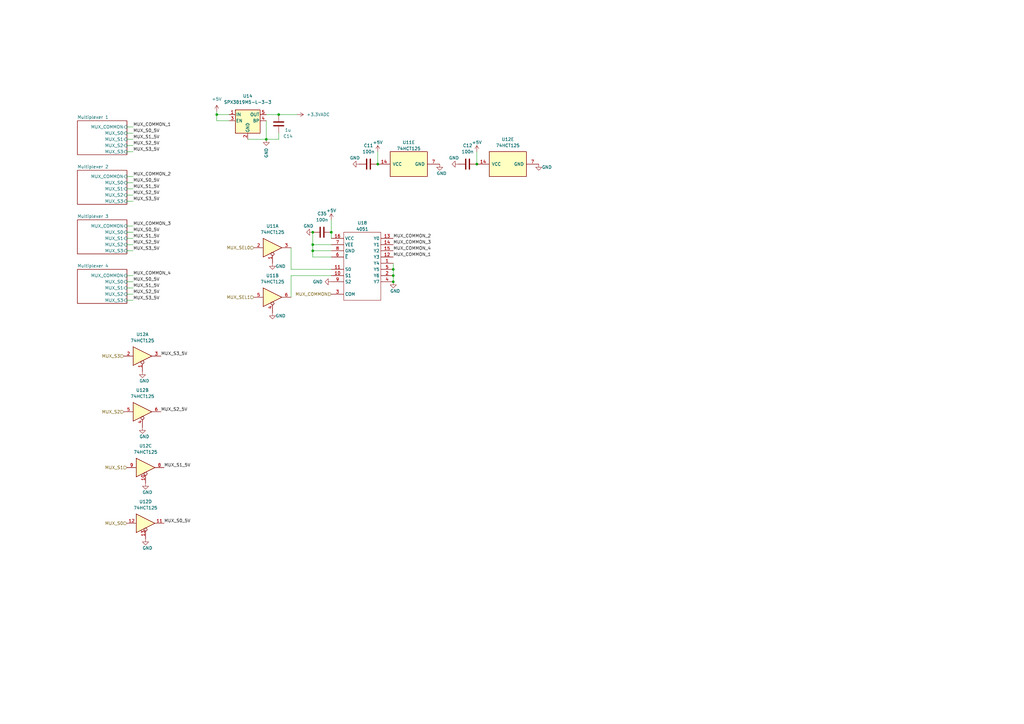
<source format=kicad_sch>
(kicad_sch (version 20211123) (generator eeschema)
  (paper "A3")
  (lib_symbols
    (symbol "74LVC125_1" (pin_names (offset 1.016))
      (property "Reference" "U" (at 0 1.27 0))
      (property "Value" "74LVC125_1" (at 0 -1.27 0))
      (symbol "74LVC125_1_1_0"
        (polyline (pts (xy -3.81 3.81) (xy -3.81 -3.81) (xy 3.81 0) (xy -3.81 3.81)) (stroke (width 0.254)) (fill (type background)))
        (pin input inverted (at 0 -6.35 90) (length 4.445) (name "~") (number "1"))
        (pin input line (at -7.62 0 0) (length 3.81) (name "~") (number "2"))
        (pin tri_state line (at 7.62 0 180) (length 3.81) (name "~") (number "3"))
      )
      (symbol "74LVC125_1_2_0"
        (polyline (pts (xy -3.81 3.81) (xy -3.81 -3.81) (xy 3.81 0) (xy -3.81 3.81)) (stroke (width 0.254)) (fill (type background)))
        (pin input inverted (at 0 -6.35 90) (length 4.445) (name "~") (number "4"))
        (pin input line (at -7.62 0 0) (length 3.81) (name "~") (number "5"))
        (pin tri_state line (at 7.62 0 180) (length 3.81) (name "~") (number "6"))
      )
      (symbol "74LVC125_1_3_0"
        (polyline (pts (xy -3.81 3.81) (xy -3.81 -3.81) (xy 3.81 0) (xy -3.81 3.81)) (stroke (width 0.254)) (fill (type background)))
        (pin input inverted (at 0 -6.35 90) (length 4.445) (name "~") (number "10"))
        (pin tri_state line (at 7.62 0 180) (length 3.81) (name "~") (number "8"))
        (pin input line (at -7.62 0 0) (length 3.81) (name "~") (number "9"))
      )
      (symbol "74LVC125_1_4_0"
        (polyline (pts (xy -3.81 3.81) (xy -3.81 -3.81) (xy 3.81 0) (xy -3.81 3.81)) (stroke (width 0.254)) (fill (type background)))
        (pin tri_state line (at 7.62 0 180) (length 3.81) (name "~") (number "11"))
        (pin input line (at -7.62 0 0) (length 3.81) (name "~") (number "12"))
        (pin input inverted (at 0 -6.35 90) (length 4.445) (name "~") (number "13"))
      )
      (symbol "74LVC125_1_5_0"
        (pin power_in line (at 0 12.7 270) (length 5.08) (name "VCC") (number "14"))
        (pin power_in line (at 0 -12.7 90) (length 5.08) (name "GND") (number "7"))
      )
      (symbol "74LVC125_1_5_1"
        (rectangle (start -5.08 7.62) (end 5.08 -7.62) (stroke (width 0.254)) (fill (type background)))
      )
    )
    (symbol "74LVC125_2" (pin_names (offset 1.016))
      (property "Reference" "U" (at 0 1.27 0))
      (property "Value" "74LVC125_2" (at 0 -1.27 0))
      (symbol "74LVC125_2_1_0"
        (polyline (pts (xy -3.81 3.81) (xy -3.81 -3.81) (xy 3.81 0) (xy -3.81 3.81)) (stroke (width 0.254)) (fill (type background)))
        (pin input inverted (at 0 -6.35 90) (length 4.445) (name "~") (number "1"))
        (pin input line (at -7.62 0 0) (length 3.81) (name "~") (number "2"))
        (pin tri_state line (at 7.62 0 180) (length 3.81) (name "~") (number "3"))
      )
      (symbol "74LVC125_2_2_0"
        (polyline (pts (xy -3.81 3.81) (xy -3.81 -3.81) (xy 3.81 0) (xy -3.81 3.81)) (stroke (width 0.254)) (fill (type background)))
        (pin input inverted (at 0 -6.35 90) (length 4.445) (name "~") (number "4"))
        (pin input line (at -7.62 0 0) (length 3.81) (name "~") (number "5"))
        (pin tri_state line (at 7.62 0 180) (length 3.81) (name "~") (number "6"))
      )
      (symbol "74LVC125_2_3_0"
        (polyline (pts (xy -3.81 3.81) (xy -3.81 -3.81) (xy 3.81 0) (xy -3.81 3.81)) (stroke (width 0.254)) (fill (type background)))
        (pin input inverted (at 0 -6.35 90) (length 4.445) (name "~") (number "10"))
        (pin tri_state line (at 7.62 0 180) (length 3.81) (name "~") (number "8"))
        (pin input line (at -7.62 0 0) (length 3.81) (name "~") (number "9"))
      )
      (symbol "74LVC125_2_4_0"
        (polyline (pts (xy -3.81 3.81) (xy -3.81 -3.81) (xy 3.81 0) (xy -3.81 3.81)) (stroke (width 0.254)) (fill (type background)))
        (pin tri_state line (at 7.62 0 180) (length 3.81) (name "~") (number "11"))
        (pin input line (at -7.62 0 0) (length 3.81) (name "~") (number "12"))
        (pin input inverted (at 0 -6.35 90) (length 4.445) (name "~") (number "13"))
      )
      (symbol "74LVC125_2_5_0"
        (pin power_in line (at 0 12.7 270) (length 5.08) (name "VCC") (number "14"))
        (pin power_in line (at 0 -12.7 90) (length 5.08) (name "GND") (number "7"))
      )
      (symbol "74LVC125_2_5_1"
        (rectangle (start -5.08 7.62) (end 5.08 -7.62) (stroke (width 0.254)) (fill (type background)))
      )
    )
    (symbol "74LVC125_3" (pin_names (offset 1.016))
      (property "Reference" "U" (at 0 1.27 0))
      (property "Value" "74LVC125_3" (at 0 -1.27 0))
      (symbol "74LVC125_3_1_0"
        (polyline (pts (xy -3.81 3.81) (xy -3.81 -3.81) (xy 3.81 0) (xy -3.81 3.81)) (stroke (width 0.254)) (fill (type background)))
        (pin input inverted (at 0 -6.35 90) (length 4.445) (name "~") (number "1"))
        (pin input line (at -7.62 0 0) (length 3.81) (name "~") (number "2"))
        (pin tri_state line (at 7.62 0 180) (length 3.81) (name "~") (number "3"))
      )
      (symbol "74LVC125_3_2_0"
        (polyline (pts (xy -3.81 3.81) (xy -3.81 -3.81) (xy 3.81 0) (xy -3.81 3.81)) (stroke (width 0.254)) (fill (type background)))
        (pin input inverted (at 0 -6.35 90) (length 4.445) (name "~") (number "4"))
        (pin input line (at -7.62 0 0) (length 3.81) (name "~") (number "5"))
        (pin tri_state line (at 7.62 0 180) (length 3.81) (name "~") (number "6"))
      )
      (symbol "74LVC125_3_3_0"
        (polyline (pts (xy -3.81 3.81) (xy -3.81 -3.81) (xy 3.81 0) (xy -3.81 3.81)) (stroke (width 0.254)) (fill (type background)))
        (pin input inverted (at 0 -6.35 90) (length 4.445) (name "~") (number "10"))
        (pin tri_state line (at 7.62 0 180) (length 3.81) (name "~") (number "8"))
        (pin input line (at -7.62 0 0) (length 3.81) (name "~") (number "9"))
      )
      (symbol "74LVC125_3_4_0"
        (polyline (pts (xy -3.81 3.81) (xy -3.81 -3.81) (xy 3.81 0) (xy -3.81 3.81)) (stroke (width 0.254)) (fill (type background)))
        (pin tri_state line (at 7.62 0 180) (length 3.81) (name "~") (number "11"))
        (pin input line (at -7.62 0 0) (length 3.81) (name "~") (number "12"))
        (pin input inverted (at 0 -6.35 90) (length 4.445) (name "~") (number "13"))
      )
      (symbol "74LVC125_3_5_0"
        (pin power_in line (at 0 12.7 270) (length 5.08) (name "VCC") (number "14"))
        (pin power_in line (at 0 -12.7 90) (length 5.08) (name "GND") (number "7"))
      )
      (symbol "74LVC125_3_5_1"
        (rectangle (start -5.08 7.62) (end 5.08 -7.62) (stroke (width 0.254)) (fill (type background)))
      )
    )
    (symbol "74LVC125_4" (pin_names (offset 1.016))
      (property "Reference" "U" (at 0 1.27 0))
      (property "Value" "74LVC125_4" (at 0 -1.27 0))
      (symbol "74LVC125_4_1_0"
        (polyline (pts (xy -3.81 3.81) (xy -3.81 -3.81) (xy 3.81 0) (xy -3.81 3.81)) (stroke (width 0.254)) (fill (type background)))
        (pin input inverted (at 0 -6.35 90) (length 4.445) (name "~") (number "1"))
        (pin input line (at -7.62 0 0) (length 3.81) (name "~") (number "2"))
        (pin tri_state line (at 7.62 0 180) (length 3.81) (name "~") (number "3"))
      )
      (symbol "74LVC125_4_2_0"
        (polyline (pts (xy -3.81 3.81) (xy -3.81 -3.81) (xy 3.81 0) (xy -3.81 3.81)) (stroke (width 0.254)) (fill (type background)))
        (pin input inverted (at 0 -6.35 90) (length 4.445) (name "~") (number "4"))
        (pin input line (at -7.62 0 0) (length 3.81) (name "~") (number "5"))
        (pin tri_state line (at 7.62 0 180) (length 3.81) (name "~") (number "6"))
      )
      (symbol "74LVC125_4_3_0"
        (polyline (pts (xy -3.81 3.81) (xy -3.81 -3.81) (xy 3.81 0) (xy -3.81 3.81)) (stroke (width 0.254)) (fill (type background)))
        (pin input inverted (at 0 -6.35 90) (length 4.445) (name "~") (number "10"))
        (pin tri_state line (at 7.62 0 180) (length 3.81) (name "~") (number "8"))
        (pin input line (at -7.62 0 0) (length 3.81) (name "~") (number "9"))
      )
      (symbol "74LVC125_4_4_0"
        (polyline (pts (xy -3.81 3.81) (xy -3.81 -3.81) (xy 3.81 0) (xy -3.81 3.81)) (stroke (width 0.254)) (fill (type background)))
        (pin tri_state line (at 7.62 0 180) (length 3.81) (name "~") (number "11"))
        (pin input line (at -7.62 0 0) (length 3.81) (name "~") (number "12"))
        (pin input inverted (at 0 -6.35 90) (length 4.445) (name "~") (number "13"))
      )
      (symbol "74LVC125_4_5_0"
        (pin power_in line (at 0 12.7 270) (length 5.08) (name "VCC") (number "14"))
        (pin power_in line (at 0 -12.7 90) (length 5.08) (name "GND") (number "7"))
      )
      (symbol "74LVC125_4_5_1"
        (rectangle (start -5.08 7.62) (end 5.08 -7.62) (stroke (width 0.254)) (fill (type background)))
      )
    )
    (symbol "74LVC125_5" (pin_names (offset 1.016))
      (property "Reference" "U" (at 0 1.27 0))
      (property "Value" "74LVC125_5" (at 0 -1.27 0))
      (symbol "74LVC125_5_1_0"
        (polyline (pts (xy -3.81 3.81) (xy -3.81 -3.81) (xy 3.81 0) (xy -3.81 3.81)) (stroke (width 0.254)) (fill (type background)))
        (pin input inverted (at 0 -6.35 90) (length 4.445) (name "~") (number "1"))
        (pin input line (at -7.62 0 0) (length 3.81) (name "~") (number "2"))
        (pin tri_state line (at 7.62 0 180) (length 3.81) (name "~") (number "3"))
      )
      (symbol "74LVC125_5_2_0"
        (polyline (pts (xy -3.81 3.81) (xy -3.81 -3.81) (xy 3.81 0) (xy -3.81 3.81)) (stroke (width 0.254)) (fill (type background)))
        (pin input inverted (at 0 -6.35 90) (length 4.445) (name "~") (number "4"))
        (pin input line (at -7.62 0 0) (length 3.81) (name "~") (number "5"))
        (pin tri_state line (at 7.62 0 180) (length 3.81) (name "~") (number "6"))
      )
      (symbol "74LVC125_5_3_0"
        (polyline (pts (xy -3.81 3.81) (xy -3.81 -3.81) (xy 3.81 0) (xy -3.81 3.81)) (stroke (width 0.254)) (fill (type background)))
        (pin input inverted (at 0 -6.35 90) (length 4.445) (name "~") (number "10"))
        (pin tri_state line (at 7.62 0 180) (length 3.81) (name "~") (number "8"))
        (pin input line (at -7.62 0 0) (length 3.81) (name "~") (number "9"))
      )
      (symbol "74LVC125_5_4_0"
        (polyline (pts (xy -3.81 3.81) (xy -3.81 -3.81) (xy 3.81 0) (xy -3.81 3.81)) (stroke (width 0.254)) (fill (type background)))
        (pin tri_state line (at 7.62 0 180) (length 3.81) (name "~") (number "11"))
        (pin input line (at -7.62 0 0) (length 3.81) (name "~") (number "12"))
        (pin input inverted (at 0 -6.35 90) (length 4.445) (name "~") (number "13"))
      )
      (symbol "74LVC125_5_5_0"
        (pin power_in line (at 0 12.7 270) (length 5.08) (name "VCC") (number "14"))
        (pin power_in line (at 0 -12.7 90) (length 5.08) (name "GND") (number "7"))
      )
      (symbol "74LVC125_5_5_1"
        (rectangle (start -5.08 7.62) (end 5.08 -7.62) (stroke (width 0.254)) (fill (type background)))
      )
    )
    (symbol "74LVC125_6" (pin_names (offset 1.016))
      (property "Reference" "U" (at 0 1.27 0))
      (property "Value" "74LVC125_6" (at 0 -1.27 0))
      (symbol "74LVC125_6_1_0"
        (polyline (pts (xy -3.81 3.81) (xy -3.81 -3.81) (xy 3.81 0) (xy -3.81 3.81)) (stroke (width 0.254)) (fill (type background)))
        (pin input inverted (at 0 -6.35 90) (length 4.445) (name "~") (number "1"))
        (pin input line (at -7.62 0 0) (length 3.81) (name "~") (number "2"))
        (pin tri_state line (at 7.62 0 180) (length 3.81) (name "~") (number "3"))
      )
      (symbol "74LVC125_6_2_0"
        (polyline (pts (xy -3.81 3.81) (xy -3.81 -3.81) (xy 3.81 0) (xy -3.81 3.81)) (stroke (width 0.254)) (fill (type background)))
        (pin input inverted (at 0 -6.35 90) (length 4.445) (name "~") (number "4"))
        (pin input line (at -7.62 0 0) (length 3.81) (name "~") (number "5"))
        (pin tri_state line (at 7.62 0 180) (length 3.81) (name "~") (number "6"))
      )
      (symbol "74LVC125_6_3_0"
        (polyline (pts (xy -3.81 3.81) (xy -3.81 -3.81) (xy 3.81 0) (xy -3.81 3.81)) (stroke (width 0.254)) (fill (type background)))
        (pin input inverted (at 0 -6.35 90) (length 4.445) (name "~") (number "10"))
        (pin tri_state line (at 7.62 0 180) (length 3.81) (name "~") (number "8"))
        (pin input line (at -7.62 0 0) (length 3.81) (name "~") (number "9"))
      )
      (symbol "74LVC125_6_4_0"
        (polyline (pts (xy -3.81 3.81) (xy -3.81 -3.81) (xy 3.81 0) (xy -3.81 3.81)) (stroke (width 0.254)) (fill (type background)))
        (pin tri_state line (at 7.62 0 180) (length 3.81) (name "~") (number "11"))
        (pin input line (at -7.62 0 0) (length 3.81) (name "~") (number "12"))
        (pin input inverted (at 0 -6.35 90) (length 4.445) (name "~") (number "13"))
      )
      (symbol "74LVC125_6_5_0"
        (pin power_in line (at 0 12.7 270) (length 5.08) (name "VCC") (number "14"))
        (pin power_in line (at 0 -12.7 90) (length 5.08) (name "GND") (number "7"))
      )
      (symbol "74LVC125_6_5_1"
        (rectangle (start -5.08 7.62) (end 5.08 -7.62) (stroke (width 0.254)) (fill (type background)))
      )
    )
    (symbol "74LVC125_7" (pin_names (offset 1.016))
      (property "Reference" "U" (at 0 1.27 0))
      (property "Value" "74LVC125_7" (at 0 -1.27 0))
      (symbol "74LVC125_7_1_0"
        (polyline (pts (xy -3.81 3.81) (xy -3.81 -3.81) (xy 3.81 0) (xy -3.81 3.81)) (stroke (width 0.254)) (fill (type background)))
        (pin input inverted (at 0 -6.35 90) (length 4.445) (name "~") (number "1"))
        (pin input line (at -7.62 0 0) (length 3.81) (name "~") (number "2"))
        (pin tri_state line (at 7.62 0 180) (length 3.81) (name "~") (number "3"))
      )
      (symbol "74LVC125_7_2_0"
        (polyline (pts (xy -3.81 3.81) (xy -3.81 -3.81) (xy 3.81 0) (xy -3.81 3.81)) (stroke (width 0.254)) (fill (type background)))
        (pin input inverted (at 0 -6.35 90) (length 4.445) (name "~") (number "4"))
        (pin input line (at -7.62 0 0) (length 3.81) (name "~") (number "5"))
        (pin tri_state line (at 7.62 0 180) (length 3.81) (name "~") (number "6"))
      )
      (symbol "74LVC125_7_3_0"
        (polyline (pts (xy -3.81 3.81) (xy -3.81 -3.81) (xy 3.81 0) (xy -3.81 3.81)) (stroke (width 0.254)) (fill (type background)))
        (pin input inverted (at 0 -6.35 90) (length 4.445) (name "~") (number "10"))
        (pin tri_state line (at 7.62 0 180) (length 3.81) (name "~") (number "8"))
        (pin input line (at -7.62 0 0) (length 3.81) (name "~") (number "9"))
      )
      (symbol "74LVC125_7_4_0"
        (polyline (pts (xy -3.81 3.81) (xy -3.81 -3.81) (xy 3.81 0) (xy -3.81 3.81)) (stroke (width 0.254)) (fill (type background)))
        (pin tri_state line (at 7.62 0 180) (length 3.81) (name "~") (number "11"))
        (pin input line (at -7.62 0 0) (length 3.81) (name "~") (number "12"))
        (pin input inverted (at 0 -6.35 90) (length 4.445) (name "~") (number "13"))
      )
      (symbol "74LVC125_7_5_0"
        (pin power_in line (at 0 12.7 270) (length 5.08) (name "VCC") (number "14"))
        (pin power_in line (at 0 -12.7 90) (length 5.08) (name "GND") (number "7"))
      )
      (symbol "74LVC125_7_5_1"
        (rectangle (start -5.08 7.62) (end 5.08 -7.62) (stroke (width 0.254)) (fill (type background)))
      )
    )
    (symbol "74xx:74LVC125" (pin_names (offset 1.016))
      (property "Reference" "U" (at 0 1.27 0))
      (property "Value" "74LVC125" (at 0 -1.27 0))
      (symbol "74LVC125_1_0"
        (polyline (pts (xy -3.81 3.81) (xy -3.81 -3.81) (xy 3.81 0) (xy -3.81 3.81)) (stroke (width 0.254)) (fill (type background)))
        (pin input inverted (at 0 -6.35 90) (length 4.445) (name "~") (number "1"))
        (pin input line (at -7.62 0 0) (length 3.81) (name "~") (number "2"))
        (pin tri_state line (at 7.62 0 180) (length 3.81) (name "~") (number "3"))
      )
      (symbol "74LVC125_2_0"
        (polyline (pts (xy -3.81 3.81) (xy -3.81 -3.81) (xy 3.81 0) (xy -3.81 3.81)) (stroke (width 0.254)) (fill (type background)))
        (pin input inverted (at 0 -6.35 90) (length 4.445) (name "~") (number "4"))
        (pin input line (at -7.62 0 0) (length 3.81) (name "~") (number "5"))
        (pin tri_state line (at 7.62 0 180) (length 3.81) (name "~") (number "6"))
      )
      (symbol "74LVC125_3_0"
        (polyline (pts (xy -3.81 3.81) (xy -3.81 -3.81) (xy 3.81 0) (xy -3.81 3.81)) (stroke (width 0.254)) (fill (type background)))
        (pin input inverted (at 0 -6.35 90) (length 4.445) (name "~") (number "10"))
        (pin tri_state line (at 7.62 0 180) (length 3.81) (name "~") (number "8"))
        (pin input line (at -7.62 0 0) (length 3.81) (name "~") (number "9"))
      )
      (symbol "74LVC125_4_0"
        (polyline (pts (xy -3.81 3.81) (xy -3.81 -3.81) (xy 3.81 0) (xy -3.81 3.81)) (stroke (width 0.254)) (fill (type background)))
        (pin tri_state line (at 7.62 0 180) (length 3.81) (name "~") (number "11"))
        (pin input line (at -7.62 0 0) (length 3.81) (name "~") (number "12"))
        (pin input inverted (at 0 -6.35 90) (length 4.445) (name "~") (number "13"))
      )
      (symbol "74LVC125_5_0"
        (pin power_in line (at 0 12.7 270) (length 5.08) (name "VCC") (number "14"))
        (pin power_in line (at 0 -12.7 90) (length 5.08) (name "GND") (number "7"))
      )
      (symbol "74LVC125_5_1"
        (rectangle (start -5.08 7.62) (end 5.08 -7.62) (stroke (width 0.254)) (fill (type background)))
      )
    )
    (symbol "Device:C" (pin_numbers hide) (pin_names (offset 0.254))
      (property "Reference" "C" (at 0.635 2.54 0))
      (property "Value" "C" (at 0.635 -2.54 0))
      (symbol "C_0_1"
        (polyline (pts (xy -2.032 -0.762) (xy 2.032 -0.762)) (stroke (width 0.508)))
        (polyline (pts (xy -2.032 0.762) (xy 2.032 0.762)) (stroke (width 0.508)))
      )
      (symbol "C_1_1"
        (pin passive line (at 0 3.81 270) (length 2.794) (name "~") (number "1"))
        (pin passive line (at 0 -3.81 90) (length 2.794) (name "~") (number "2"))
      )
    )
    (symbol "Igor:4051"
      (property "Reference" "U?" (at 7.62 31.75 0))
      (property "Value" "4051" (at 7.62 29.21 0))
      (symbol "4051_0_1"
        (rectangle (start 0 27.94) (end 15.24 0))
      )
      (symbol "4051_1_1"
        (pin passive line (at 20.32 15.24 180) (length 5.08) (name "Y4") (number "1"))
        (pin input line (at -5.08 10.16 0) (length 5.08) (name "S1") (number "10"))
        (pin input line (at -5.08 12.7 0) (length 5.08) (name "S0") (number "11"))
        (pin passive line (at 20.32 17.78 180) (length 5.08) (name "Y3") (number "12"))
        (pin passive line (at 20.32 25.4 180) (length 5.08) (name "Y0") (number "13"))
        (pin passive line (at 20.32 22.86 180) (length 5.08) (name "Y1") (number "14"))
        (pin passive line (at 20.32 20.32 180) (length 5.08) (name "Y2") (number "15"))
        (pin power_in line (at -5.08 25.4 0) (length 5.08) (name "VCC") (number "16"))
        (pin passive line (at 20.32 10.16 180) (length 5.08) (name "Y6") (number "2"))
        (pin passive line (at -5.08 2.54 0) (length 5.08) (name "COM") (number "3"))
        (pin passive line (at 20.32 7.62 180) (length 5.08) (name "Y7") (number "4"))
        (pin passive line (at 20.32 12.7 180) (length 5.08) (name "Y5") (number "5"))
        (pin input line (at -5.08 17.78 0) (length 5.08) (name "~{E}") (number "6"))
        (pin power_in line (at -5.08 22.86 0) (length 5.08) (name "VEE") (number "7"))
        (pin power_in line (at -5.08 20.32 0) (length 5.08) (name "GND") (number "8"))
        (pin input line (at -5.08 7.62 0) (length 5.08) (name "S2") (number "9"))
      )
    )
    (symbol "Regulator_Linear:SPX3819M5-L-3-3" (pin_names (offset 0.254))
      (property "Reference" "U" (at -3.81 5.715 0))
      (property "Value" "SPX3819M5-L-3-3" (at 0 5.715 0))
      (symbol "SPX3819M5-L-3-3_0_1"
        (rectangle (start -5.08 4.445) (end 5.08 -5.08) (stroke (width 0.254)) (fill (type background)))
      )
      (symbol "SPX3819M5-L-3-3_1_1"
        (pin power_in line (at -7.62 2.54 0) (length 2.54) (name "IN") (number "1"))
        (pin power_in line (at 0 -7.62 90) (length 2.54) (name "GND") (number "2"))
        (pin input line (at -7.62 0 0) (length 2.54) (name "EN") (number "3"))
        (pin input line (at 7.62 0 180) (length 2.54) (name "BP") (number "4"))
        (pin power_out line (at 7.62 2.54 180) (length 2.54) (name "OUT") (number "5"))
      )
    )
    (symbol "power:+3.3VADC" (power) (pin_names (offset 0))
      (property "Value" "+3.3VADC" (at 0 2.54 0))
      (symbol "+3.3VADC_0_0"
        (pin power_in line (at 0 0 90) (length 0) hide (name "+3.3VADC") (number "1"))
      )
      (symbol "+3.3VADC_0_1"
        (polyline (pts (xy -0.762 1.27) (xy 0 2.54)))
        (polyline (pts (xy 0 0) (xy 0 2.54)))
        (polyline (pts (xy 0 2.54) (xy 0.762 1.27)))
      )
    )
    (symbol "power:+5V" (power) (pin_names (offset 0))
      (property "Value" "+5V" (at 0 3.556 0))
      (symbol "+5V_0_1"
        (polyline (pts (xy -0.762 1.27) (xy 0 2.54)))
        (polyline (pts (xy 0 0) (xy 0 2.54)))
        (polyline (pts (xy 0 2.54) (xy 0.762 1.27)))
      )
      (symbol "+5V_1_1"
        (pin power_in line (at 0 0 90) (length 0) hide (name "+5V") (number "1"))
      )
    )
    (symbol "power:GND" (power) (pin_names (offset 0))
      (property "Value" "GND" (at 0 -3.81 0))
      (symbol "GND_0_1"
        (polyline (pts (xy 0 0) (xy 0 -1.27) (xy 1.27 -1.27) (xy 0 -2.54) (xy -1.27 -1.27) (xy 0 -1.27)))
      )
      (symbol "GND_1_1"
        (pin power_in line (at 0 0 270) (length 0) hide (name "GND") (number "1"))
      )
    )
  )
  (junction (at 128.27 102.87))
  (junction (at 195.58 67.31))
  (junction (at 128.27 95.25))
  (junction (at 161.29 110.49))
  (junction (at 128.27 100.33))
  (junction (at 161.29 113.03))
  (junction (at 114.3 46.99))
  (junction (at 161.29 115.57))
  (junction (at 88.9 46.99))
  (junction (at 109.22 57.15))
  (junction (at 135.89 95.25))
  (junction (at 154.94 67.31))
  (wire (pts (xy 128.27 105.41) (xy 128.27 102.87)))
  (wire (pts (xy 52.07 118.11) (xy 54.61 118.11)))
  (wire (pts (xy 52.07 113.03) (xy 54.61 113.03)))
  (wire (pts (xy 135.89 113.03) (xy 119.38 113.03)))
  (wire (pts (xy 114.3 54.61) (xy 114.3 57.15)))
  (wire (pts (xy 52.07 54.61) (xy 54.61 54.61)))
  (wire (pts (xy 119.38 113.03) (xy 119.38 121.92)))
  (wire (pts (xy 52.07 80.01) (xy 54.61 80.01)))
  (wire (pts (xy 52.07 82.55) (xy 54.61 82.55)))
  (wire (pts (xy 119.38 110.49) (xy 119.38 101.6)))
  (wire (pts (xy 109.22 57.15) (xy 114.3 57.15)))
  (wire (pts (xy 52.07 92.71) (xy 54.61 92.71)))
  (wire (pts (xy 88.9 45.72) (xy 88.9 46.99)))
  (wire (pts (xy 128.27 102.87) (xy 135.89 102.87)))
  (wire (pts (xy 52.07 102.87) (xy 54.61 102.87)))
  (wire (pts (xy 52.07 74.93) (xy 54.61 74.93)))
  (wire (pts (xy 135.89 100.33) (xy 128.27 100.33)))
  (wire (pts (xy 128.27 100.33) (xy 128.27 95.25)))
  (wire (pts (xy 135.89 90.17) (xy 135.89 95.25)))
  (wire (pts (xy 135.89 110.49) (xy 119.38 110.49)))
  (wire (pts (xy 195.58 62.23) (xy 195.58 67.31)))
  (wire (pts (xy 93.98 49.53) (xy 88.9 49.53)))
  (wire (pts (xy 88.9 46.99) (xy 93.98 46.99)))
  (wire (pts (xy 52.07 123.19) (xy 54.61 123.19)))
  (wire (pts (xy 114.3 46.99) (xy 121.92 46.99)))
  (wire (pts (xy 128.27 102.87) (xy 128.27 100.33)))
  (wire (pts (xy 161.29 113.03) (xy 161.29 115.57)))
  (wire (pts (xy 52.07 52.07) (xy 54.61 52.07)))
  (wire (pts (xy 52.07 115.57) (xy 54.61 115.57)))
  (wire (pts (xy 52.07 59.69) (xy 54.61 59.69)))
  (wire (pts (xy 52.07 120.65) (xy 54.61 120.65)))
  (wire (pts (xy 52.07 57.15) (xy 54.61 57.15)))
  (wire (pts (xy 101.6 57.15) (xy 109.22 57.15)))
  (wire (pts (xy 109.22 49.53) (xy 109.22 57.15)))
  (wire (pts (xy 154.94 62.23) (xy 154.94 67.31)))
  (wire (pts (xy 52.07 100.33) (xy 54.61 100.33)))
  (wire (pts (xy 52.07 77.47) (xy 54.61 77.47)))
  (wire (pts (xy 88.9 49.53) (xy 88.9 46.99)))
  (wire (pts (xy 135.89 95.25) (xy 135.89 97.79)))
  (wire (pts (xy 161.29 110.49) (xy 161.29 113.03)))
  (wire (pts (xy 52.07 97.79) (xy 54.61 97.79)))
  (wire (pts (xy 52.07 72.39) (xy 54.61 72.39)))
  (wire (pts (xy 135.89 105.41) (xy 128.27 105.41)))
  (wire (pts (xy 161.29 107.95) (xy 161.29 110.49)))
  (wire (pts (xy 52.07 95.25) (xy 54.61 95.25)))
  (wire (pts (xy 52.07 62.23) (xy 54.61 62.23)))
  (wire (pts (xy 114.3 46.99) (xy 109.22 46.99)))
  (label "MUX_S0_5V" (at 54.61 74.93 0))
  (label "MUX_COMMON_1" (at 161.29 105.41 0))
  (label "MUX_COMMON_4" (at 161.29 102.87 0))
  (label "MUX_S3_5V" (at 66.04 146.05 0))
  (label "MUX_S1_5V" (at 54.61 97.79 0))
  (label "MUX_S0_5V" (at 54.61 54.61 0))
  (label "MUX_COMMON_3" (at 54.61 92.71 0))
  (label "MUX_S3_5V" (at 54.61 62.23 0))
  (label "MUX_S3_5V" (at 54.61 82.55 0))
  (label "MUX_S1_5V" (at 54.61 118.11 0))
  (label "MUX_COMMON_2" (at 54.61 72.39 0))
  (label "MUX_COMMON_4" (at 54.61 113.03 0))
  (label "MUX_COMMON_1" (at 54.61 52.07 0))
  (label "MUX_S2_5V" (at 66.04 168.91 0))
  (label "MUX_S2_5V" (at 54.61 80.01 0))
  (label "MUX_S0_5V" (at 67.31 214.63 0))
  (label "MUX_S1_5V" (at 67.31 191.77 0))
  (label "MUX_S2_5V" (at 54.61 59.69 0))
  (label "MUX_S2_5V" (at 54.61 100.33 0))
  (label "MUX_COMMON_3" (at 161.29 100.33 0))
  (label "MUX_S2_5V" (at 54.61 120.65 0))
  (label "MUX_COMMON_2" (at 161.29 97.79 0))
  (label "MUX_S3_5V" (at 54.61 102.87 0))
  (label "MUX_S0_5V" (at 54.61 115.57 0))
  (label "MUX_S0_5V" (at 54.61 95.25 0))
  (label "MUX_S3_5V" (at 54.61 123.19 0))
  (label "MUX_S1_5V" (at 54.61 57.15 0))
  (label "MUX_S1_5V" (at 54.61 77.47 0))
  (hierarchical_label "MUX_SEL1" (shape input) (at 104.14 121.92 180))
  (hierarchical_label "MUX_S1" (shape input) (at 52.07 191.77 180))
  (hierarchical_label "MUX_S2" (shape input) (at 50.8 168.91 180))
  (hierarchical_label "MUX_COMMON" (shape input) (at 135.89 120.65 180))
  (hierarchical_label "MUX_S0" (shape input) (at 52.07 214.63 180))
  (hierarchical_label "MUX_SEL0" (shape input) (at 104.14 101.6 180))
  (hierarchical_label "MUX_S3" (shape input) (at 50.8 146.05 180))
  (symbol (lib_id "power:GND") (at 147.32 67.31 270) (unit 1)
    (property "Reference" "#PWR0150" (effects hide))
    (property "Value" "GND" (at 143.51 64.77 90) (effects (justify left)))
  )
  (symbol (lib_id "Igor:4051") (at 140.97 123.19 0) (unit 1)
    (property "Reference" "U18" (at 148.59 91.44 0))
    (property "Value" "4051" (at 148.59 93.98 0))
    (property "Footprint" "Package_SO:SOIC-16_3.9x9.9mm_P1.27mm" (effects hide))
    (property "LCSC" "C9386" (effects hide))
  )
  (symbol (lib_name "74LVC125_1") (lib_id "74xx:74LVC125") (at 111.76 101.6 0) (unit 1)
    (property "Reference" "U11" (at 111.76 92.71 0))
    (property "Value" "74HCT125" (at 111.76 95.25 0))
    (property "Footprint" "Package_SO:TSSOP-14_4.4x5mm_P0.65mm" (effects hide))
    (property "Datasheet" "http://www.ti.com/lit/gpn/sn74LVC125" (effects hide))
    (property "LCSC" "C36365" (effects hide))
  )
  (symbol (lib_id "power:GND") (at 111.76 107.95 0) (unit 1)
    (property "Reference" "#PWR0124" (effects hide))
    (property "Value" "GND" (at 113.03 109.22 0) (effects (justify left)))
  )
  (symbol (lib_id "power:GND") (at 187.96 67.31 270) (unit 1)
    (property "Reference" "#PWR0157" (effects hide))
    (property "Value" "GND" (at 184.15 64.77 90) (effects (justify left)))
  )
  (symbol (lib_name "74LVC125_5") (lib_id "74xx:74LVC125") (at 58.42 168.91 0) (unit 2)
    (property "Reference" "U12" (at 58.42 160.02 0))
    (property "Value" "74HCT125" (at 58.42 162.56 0))
    (property "Footprint" "Package_SO:TSSOP-14_4.4x5mm_P0.65mm" (effects hide))
    (property "Datasheet" "http://www.ti.com/lit/gpn/sn74LVC125" (effects hide))
    (property "LCSC" "C36365" (effects hide))
  )
  (symbol (lib_id "Device:C") (at 191.77 67.31 90) (unit 1)
    (property "Reference" "C12" (at 191.77 59.69 90))
    (property "Value" "100n" (at 191.77 62.23 90))
    (property "Footprint" "Capacitor_SMD:C_0402_1005Metric" (effects hide))
    (property "LCSC" "C1525" (effects hide))
  )
  (symbol (lib_name "74LVC125_4") (lib_id "74xx:74LVC125") (at 58.42 146.05 0) (unit 1)
    (property "Reference" "U12" (at 58.42 137.16 0))
    (property "Value" "74HCT125" (at 58.42 139.7 0))
    (property "Footprint" "Package_SO:TSSOP-14_4.4x5mm_P0.65mm" (effects hide))
    (property "Datasheet" "http://www.ti.com/lit/gpn/sn74LVC125" (effects hide))
    (property "LCSC" "C36365" (effects hide))
  )
  (symbol (lib_id "power:GND") (at 161.29 115.57 0) (unit 1)
    (property "Reference" "#PWR0180" (effects hide))
    (property "Value" "GND" (at 160.02 119.38 0) (effects (justify left)))
  )
  (symbol (lib_id "power:GND") (at 180.34 67.31 0) (unit 1)
    (property "Reference" "#PWR0151" (effects hide))
    (property "Value" "GND" (at 179.07 71.12 0) (effects (justify left)))
  )
  (symbol (lib_id "power:+5V") (at 135.89 90.17 0) (unit 1)
    (property "Reference" "#PWR0114" (effects hide))
    (property "Value" "+5V" (at 135.89 86.36 0))
  )
  (symbol (lib_id "power:GND") (at 135.89 115.57 270) (unit 1)
    (property "Reference" "#PWR0181" (effects hide))
    (property "Value" "GND" (at 128.27 115.57 90) (effects (justify left)))
  )
  (symbol (lib_name "74LVC125_2") (lib_id "74xx:74LVC125") (at 111.76 121.92 0) (unit 2)
    (property "Reference" "U11" (at 111.76 113.03 0))
    (property "Value" "74HCT125" (at 111.76 115.57 0))
    (property "Footprint" "Package_SO:TSSOP-14_4.4x5mm_P0.65mm" (effects hide))
    (property "Datasheet" "http://www.ti.com/lit/gpn/sn74LVC125" (effects hide))
    (property "LCSC" "C36365" (effects hide))
  )
  (symbol (lib_id "power:+5V") (at 195.58 62.23 0) (unit 1)
    (property "Reference" "#PWR0159" (effects hide))
    (property "Value" "+5V" (at 195.58 58.42 0))
  )
  (symbol (lib_id "power:GND") (at 109.22 57.15 0) (unit 1)
    (property "Reference" "#PWR0118" (effects hide))
    (property "Value" "GND" (at 109.22 64.77 90) (effects (justify left)))
  )
  (symbol (lib_name "74LVC125_7") (lib_id "74xx:74LVC125") (at 59.69 214.63 0) (unit 4)
    (property "Reference" "U12" (at 59.69 205.74 0))
    (property "Value" "74HCT125" (at 59.69 208.28 0))
    (property "Footprint" "Package_SO:TSSOP-14_4.4x5mm_P0.65mm" (effects hide))
    (property "Datasheet" "http://www.ti.com/lit/gpn/sn74LVC125" (effects hide))
    (property "LCSC" "C36365" (effects hide))
  )
  (symbol (lib_id "power:GND") (at 59.69 198.12 0) (unit 1)
    (property "Reference" "#PWR0160" (effects hide))
    (property "Value" "GND" (at 58.42 201.93 0) (effects (justify left)))
  )
  (symbol (lib_id "Device:C") (at 132.08 95.25 90) (unit 1)
    (property "Reference" "C35" (at 132.08 87.63 90))
    (property "Value" "100n" (at 132.08 90.17 90))
    (property "Footprint" "Capacitor_SMD:C_0402_1005Metric" (effects hide))
    (property "LCSC" "C1525" (effects hide))
  )
  (symbol (lib_id "power:GND") (at 58.42 175.26 0) (unit 1)
    (property "Reference" "#PWR0162" (effects hide))
    (property "Value" "GND" (at 57.15 179.07 0) (effects (justify left)))
  )
  (symbol (lib_id "power:GND") (at 59.69 220.98 0) (unit 1)
    (property "Reference" "#PWR0161" (effects hide))
    (property "Value" "GND" (at 58.42 224.79 0) (effects (justify left)))
  )
  (symbol (lib_id "74xx:74LVC125") (at 167.64 67.31 90) (unit 5)
    (property "Reference" "U11" (at 167.64 58.42 90))
    (property "Value" "74HCT125" (at 167.64 60.96 90))
    (property "Footprint" "Package_SO:TSSOP-14_4.4x5mm_P0.65mm" (effects hide))
    (property "Datasheet" "http://www.ti.com/lit/gpn/sn74LVC125" (effects hide))
    (property "LCSC" "C36365" (effects hide))
  )
  (symbol (lib_id "power:+3.3VADC") (at 121.92 46.99 270) (unit 1)
    (property "Reference" "#PWR0120" (effects hide))
    (property "Value" "+3.3VADC" (at 125.73 46.9899 90) (effects (justify left)))
  )
  (symbol (lib_id "power:GND") (at 128.27 95.25 270) (unit 1)
    (property "Reference" "#PWR0184" (effects hide))
    (property "Value" "GND" (at 124.46 92.71 90) (effects (justify left)))
  )
  (symbol (lib_id "power:GND") (at 111.76 128.27 0) (unit 1)
    (property "Reference" "#PWR0127" (effects hide))
    (property "Value" "GND" (at 113.03 129.54 0) (effects (justify left)))
  )
  (symbol (lib_name "74LVC125_3") (lib_id "74xx:74LVC125") (at 208.28 67.31 90) (unit 5)
    (property "Reference" "U12" (at 208.28 57.15 90))
    (property "Value" "74HCT125" (at 208.28 59.69 90))
    (property "Footprint" "Package_SO:TSSOP-14_4.4x5mm_P0.65mm" (effects hide))
    (property "Datasheet" "http://www.ti.com/lit/gpn/sn74LVC125" (effects hide))
    (property "LCSC" "C36365" (effects hide))
  )
  (symbol (lib_id "power:+5V") (at 88.9 45.72 0) (unit 1)
    (property "Reference" "#PWR0104" (effects hide))
    (property "Value" "+5V" (at 88.9 40.64 0))
  )
  (symbol (lib_id "Device:C") (at 151.13 67.31 90) (unit 1)
    (property "Reference" "C11" (at 151.13 59.69 90))
    (property "Value" "100n" (at 151.13 62.23 90))
    (property "Footprint" "Capacitor_SMD:C_0402_1005Metric" (effects hide))
    (property "LCSC" "C1525" (effects hide))
  )
  (symbol (lib_id "power:+5V") (at 154.94 62.23 0) (unit 1)
    (property "Reference" "#PWR0149" (effects hide))
    (property "Value" "+5V" (at 154.94 58.42 0))
  )
  (symbol (lib_id "Device:C") (at 114.3 50.8 0) (mirror x) (unit 1)
    (property "Reference" "C14" (at 118.11 55.88 0))
    (property "Value" "1u" (at 118.11 53.34 0))
    (property "Footprint" "Capacitor_SMD:C_0402_1005Metric" (effects hide))
    (property "LCSC" "C52923" (effects hide))
  )
  (symbol (lib_id "power:GND") (at 220.98 67.31 0) (unit 1)
    (property "Reference" "#PWR0158" (effects hide))
    (property "Value" "GND" (at 222.25 68.58 0) (effects (justify left)))
  )
  (symbol (lib_name "74LVC125_6") (lib_id "74xx:74LVC125") (at 59.69 191.77 0) (unit 3)
    (property "Reference" "U12" (at 59.69 182.88 0))
    (property "Value" "74HCT125" (at 59.69 185.42 0))
    (property "Footprint" "Package_SO:TSSOP-14_4.4x5mm_P0.65mm" (effects hide))
    (property "Datasheet" "http://www.ti.com/lit/gpn/sn74LVC125" (effects hide))
    (property "LCSC" "C36365" (effects hide))
  )
  (symbol (lib_id "power:GND") (at 58.42 152.4 0) (unit 1)
    (property "Reference" "#PWR0163" (effects hide))
    (property "Value" "GND" (at 57.15 156.21 0) (effects (justify left)))
  )
  (symbol (lib_id "Regulator_Linear:SPX3819M5-L-3-3") (at 101.6 49.53 0) (unit 1)
    (property "Reference" "U14" (at 101.6 39.37 0))
    (property "Value" "SPX3819M5-L-3-3" (at 101.6 41.91 0))
    (property "Footprint" "Package_TO_SOT_SMD:SOT-23-5" (effects hide))
    (property "Datasheet" "https://www.exar.com/content/document.ashx?id=22106&languageid=1033&type=Datasheet&partnumber=SPX3819&filename=SPX3819.pdf&part=SPX3819" (effects hide))
  )
  (sheet (at 31.75 69.85) (size 20.32 13.97) (stroke (width 0.1524))
    (property "Sheet name" "Multiplexer 2" (at 31.75 69.1384 0) (effects (justify left bottom)))
    (property "Sheet file" "Analog_Multiplexer.kicad_sch" (effects hide))
    (pin "MUX_COMMON" input (at 52.07 72.39 0))
    (pin "MUX_S2" input (at 52.07 80.01 0))
    (pin "MUX_S0" input (at 52.07 74.93 0))
    (pin "MUX_S1" input (at 52.07 77.47 0))
    (pin "MUX_S3" input (at 52.07 82.55 0))
  )
  (sheet (at 31.75 49.53) (size 20.32 13.97) (stroke (width 0.1524))
    (property "Sheet name" "Multiplexer 1" (at 31.75 48.8184 0) (effects (justify left bottom)))
    (property "Sheet file" "Analog_Multiplexer.kicad_sch" (effects hide))
    (pin "MUX_COMMON" input (at 52.07 52.07 0))
    (pin "MUX_S2" input (at 52.07 59.69 0))
    (pin "MUX_S0" input (at 52.07 54.61 0))
    (pin "MUX_S1" input (at 52.07 57.15 0))
    (pin "MUX_S3" input (at 52.07 62.23 0))
  )
  (sheet (at 31.75 110.49) (size 20.32 13.97) (stroke (width 0.1524))
    (property "Sheet name" "Multiplexer 4" (at 31.75 109.7784 0) (effects (justify left bottom)))
    (property "Sheet file" "Analog_Multiplexer.kicad_sch" (effects hide))
    (pin "MUX_COMMON" input (at 52.07 113.03 0))
    (pin "MUX_S2" input (at 52.07 120.65 0))
    (pin "MUX_S0" input (at 52.07 115.57 0))
    (pin "MUX_S1" input (at 52.07 118.11 0))
    (pin "MUX_S3" input (at 52.07 123.19 0))
  )
  (sheet (at 31.75 90.17) (size 20.32 13.97) (stroke (width 0.1524))
    (property "Sheet name" "Multiplexer 3" (at 31.75 89.4584 0) (effects (justify left bottom)))
    (property "Sheet file" "Analog_Multiplexer.kicad_sch" (effects hide))
    (pin "MUX_COMMON" input (at 52.07 92.71 0))
    (pin "MUX_S2" input (at 52.07 100.33 0))
    (pin "MUX_S0" input (at 52.07 95.25 0))
    (pin "MUX_S1" input (at 52.07 97.79 0))
    (pin "MUX_S3" input (at 52.07 102.87 0))
  )
)
</source>
